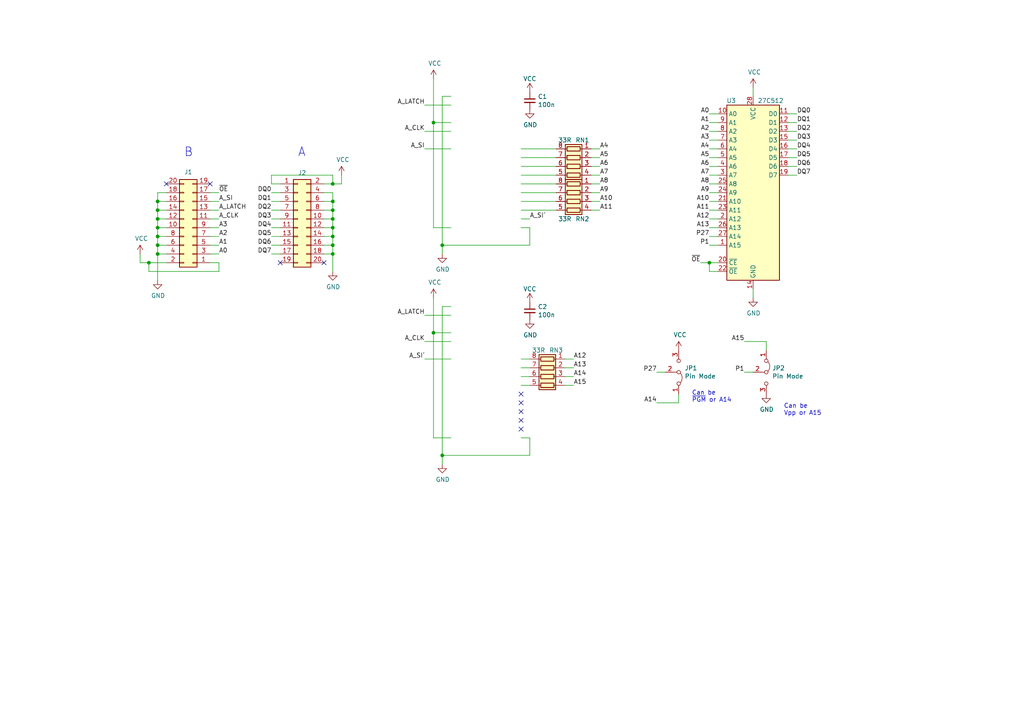
<source format=kicad_sch>
(kicad_sch (version 20230121) (generator eeschema)
  (paper "A4")
  (title_block (title "Glasgow PROM Interface Addon") (rev "V1.0a") (company "1BitSquared") (comment 1 "(C) 2020-2021 Piotr Esden-Tempski <piotr@esden.net>") (comment 2 "(C) 2020-2021 1BitSquared <info@1bitsquared.com>") (comment 3 "License: CC-BY-SA 4.0"))
  (lib_symbols
    (symbol "Connector_Generic:Conn_02x10_Odd_Even" (pin_names (offset 1.016) hide)
      (property "Reference" "J" (at 1.27 12.7 0))
      (property "Value" "Conn_02x10_Odd_Even" (at 1.27 -15.24 0))
      (symbol "Conn_02x10_Odd_Even_1_1"
        (rectangle (start -1.27 -12.573) (end 0 -12.827) (stroke (width 0.1524)))
        (rectangle (start -1.27 -10.033) (end 0 -10.287) (stroke (width 0.1524)))
        (rectangle (start -1.27 -7.493) (end 0 -7.747) (stroke (width 0.1524)))
        (rectangle (start -1.27 -4.953) (end 0 -5.207) (stroke (width 0.1524)))
        (rectangle (start -1.27 -2.413) (end 0 -2.667) (stroke (width 0.1524)))
        (rectangle (start -1.27 0.127) (end 0 -0.127) (stroke (width 0.1524)))
        (rectangle (start -1.27 2.667) (end 0 2.413) (stroke (width 0.1524)))
        (rectangle (start -1.27 5.207) (end 0 4.953) (stroke (width 0.1524)))
        (rectangle (start -1.27 7.747) (end 0 7.493) (stroke (width 0.1524)))
        (rectangle (start -1.27 10.287) (end 0 10.033) (stroke (width 0.1524)))
        (rectangle (start -1.27 11.43) (end 3.81 -13.97) (stroke (width 0.254)) (fill (type background)))
        (rectangle (start 3.81 -12.573) (end 2.54 -12.827) (stroke (width 0.1524)))
        (rectangle (start 3.81 -10.033) (end 2.54 -10.287) (stroke (width 0.1524)))
        (rectangle (start 3.81 -7.493) (end 2.54 -7.747) (stroke (width 0.1524)))
        (rectangle (start 3.81 -4.953) (end 2.54 -5.207) (stroke (width 0.1524)))
        (rectangle (start 3.81 -2.413) (end 2.54 -2.667) (stroke (width 0.1524)))
        (rectangle (start 3.81 0.127) (end 2.54 -0.127) (stroke (width 0.1524)))
        (rectangle (start 3.81 2.667) (end 2.54 2.413) (stroke (width 0.1524)))
        (rectangle (start 3.81 5.207) (end 2.54 4.953) (stroke (width 0.1524)))
        (rectangle (start 3.81 7.747) (end 2.54 7.493) (stroke (width 0.1524)))
        (rectangle (start 3.81 10.287) (end 2.54 10.033) (stroke (width 0.1524)))
        (pin passive line (at -5.08 10.16 0) (length 3.81) (name "Pin_1") (number "1"))
        (pin passive line (at 7.62 0 180) (length 3.81) (name "Pin_10") (number "10"))
        (pin passive line (at -5.08 -2.54 0) (length 3.81) (name "Pin_11") (number "11"))
        (pin passive line (at 7.62 -2.54 180) (length 3.81) (name "Pin_12") (number "12"))
        (pin passive line (at -5.08 -5.08 0) (length 3.81) (name "Pin_13") (number "13"))
        (pin passive line (at 7.62 -5.08 180) (length 3.81) (name "Pin_14") (number "14"))
        (pin passive line (at -5.08 -7.62 0) (length 3.81) (name "Pin_15") (number "15"))
        (pin passive line (at 7.62 -7.62 180) (length 3.81) (name "Pin_16") (number "16"))
        (pin passive line (at -5.08 -10.16 0) (length 3.81) (name "Pin_17") (number "17"))
        (pin passive line (at 7.62 -10.16 180) (length 3.81) (name "Pin_18") (number "18"))
        (pin passive line (at -5.08 -12.7 0) (length 3.81) (name "Pin_19") (number "19"))
        (pin passive line (at 7.62 10.16 180) (length 3.81) (name "Pin_2") (number "2"))
        (pin passive line (at 7.62 -12.7 180) (length 3.81) (name "Pin_20") (number "20"))
        (pin passive line (at -5.08 7.62 0) (length 3.81) (name "Pin_3") (number "3"))
        (pin passive line (at 7.62 7.62 180) (length 3.81) (name "Pin_4") (number "4"))
        (pin passive line (at -5.08 5.08 0) (length 3.81) (name "Pin_5") (number "5"))
        (pin passive line (at 7.62 5.08 180) (length 3.81) (name "Pin_6") (number "6"))
        (pin passive line (at -5.08 2.54 0) (length 3.81) (name "Pin_7") (number "7"))
        (pin passive line (at 7.62 2.54 180) (length 3.81) (name "Pin_8") (number "8"))
        (pin passive line (at -5.08 0 0) (length 3.81) (name "Pin_9") (number "9"))
      )
    )
    (symbol "Device:C_Small" (pin_numbers hide) (pin_names (offset 0.254) hide)
      (property "Reference" "C" (at 0.254 1.778 0))
      (property "Value" "C_Small" (at 0.254 -2.032 0))
      (symbol "C_Small_0_1"
        (polyline (pts (xy -1.524 -0.508) (xy 1.524 -0.508)) (stroke (width 0.3302)))
        (polyline (pts (xy -1.524 0.508) (xy 1.524 0.508)) (stroke (width 0.3048)))
      )
      (symbol "C_Small_1_1"
        (pin passive line (at 0 2.54 270) (length 2.032) (name "~") (number "1"))
        (pin passive line (at 0 -2.54 90) (length 2.032) (name "~") (number "2"))
      )
    )
    (symbol "Device:R_Pack04" (pin_names (offset 0) hide)
      (property "Reference" "RN" (at -7.62 0 90))
      (property "Value" "R_Pack04" (at 5.08 0 90))
      (symbol "R_Pack04_0_1"
        (rectangle (start -6.35 -2.413) (end 3.81 2.413) (stroke (width 0.254)) (fill (type background)))
        (rectangle (start -5.715 1.905) (end -4.445 -1.905) (stroke (width 0.254)))
        (rectangle (start -3.175 1.905) (end -1.905 -1.905) (stroke (width 0.254)))
        (rectangle (start -0.635 1.905) (end 0.635 -1.905) (stroke (width 0.254)))
        (polyline (pts (xy -5.08 -2.54) (xy -5.08 -1.905)))
        (polyline (pts (xy -5.08 1.905) (xy -5.08 2.54)))
        (polyline (pts (xy -2.54 -2.54) (xy -2.54 -1.905)))
        (polyline (pts (xy -2.54 1.905) (xy -2.54 2.54)))
        (polyline (pts (xy 0 -2.54) (xy 0 -1.905)))
        (polyline (pts (xy 0 1.905) (xy 0 2.54)))
        (polyline (pts (xy 2.54 -2.54) (xy 2.54 -1.905)))
        (polyline (pts (xy 2.54 1.905) (xy 2.54 2.54)))
        (rectangle (start 1.905 1.905) (end 3.175 -1.905) (stroke (width 0.254)))
      )
      (symbol "R_Pack04_1_1"
        (pin passive line (at -5.08 -5.08 90) (length 2.54) (name "R1.1") (number "1"))
        (pin passive line (at -2.54 -5.08 90) (length 2.54) (name "R2.1") (number "2"))
        (pin passive line (at 0 -5.08 90) (length 2.54) (name "R3.1") (number "3"))
        (pin passive line (at 2.54 -5.08 90) (length 2.54) (name "R4.1") (number "4"))
        (pin passive line (at 2.54 5.08 270) (length 2.54) (name "R4.2") (number "5"))
        (pin passive line (at 0 5.08 270) (length 2.54) (name "R3.2") (number "6"))
        (pin passive line (at -2.54 5.08 270) (length 2.54) (name "R2.2") (number "7"))
        (pin passive line (at -5.08 5.08 270) (length 2.54) (name "R1.2") (number "8"))
      )
    )
    (symbol "Memory_EPROM:27C512"
      (property "Reference" "U" (at -7.62 26.67 0))
      (property "Value" "27C512" (at 2.54 -26.67 0))
      (symbol "27C512_1_1"
        (rectangle (start -7.62 25.4) (end 7.62 -25.4) (stroke (width 0.254)) (fill (type background)))
        (pin input line (at -10.16 -15.24 0) (length 2.54) (name "A15") (number "1"))
        (pin input line (at -10.16 22.86 0) (length 2.54) (name "A0") (number "10"))
        (pin tri_state line (at 10.16 22.86 180) (length 2.54) (name "D0") (number "11"))
        (pin tri_state line (at 10.16 20.32 180) (length 2.54) (name "D1") (number "12"))
        (pin tri_state line (at 10.16 17.78 180) (length 2.54) (name "D2") (number "13"))
        (pin power_in line (at 0 -27.94 90) (length 2.54) (name "GND") (number "14"))
        (pin tri_state line (at 10.16 15.24 180) (length 2.54) (name "D3") (number "15"))
        (pin tri_state line (at 10.16 12.7 180) (length 2.54) (name "D4") (number "16"))
        (pin tri_state line (at 10.16 10.16 180) (length 2.54) (name "D5") (number "17"))
        (pin tri_state line (at 10.16 7.62 180) (length 2.54) (name "D6") (number "18"))
        (pin tri_state line (at 10.16 5.08 180) (length 2.54) (name "D7") (number "19"))
        (pin input line (at -10.16 -7.62 0) (length 2.54) (name "A12") (number "2"))
        (pin input line (at -10.16 -20.32 0) (length 2.54) (name "~{CE}") (number "20"))
        (pin input line (at -10.16 -2.54 0) (length 2.54) (name "A10") (number "21"))
        (pin input line (at -10.16 -22.86 0) (length 2.54) (name "~{OE}") (number "22"))
        (pin input line (at -10.16 -5.08 0) (length 2.54) (name "A11") (number "23"))
        (pin input line (at -10.16 0 0) (length 2.54) (name "A9") (number "24"))
        (pin input line (at -10.16 2.54 0) (length 2.54) (name "A8") (number "25"))
        (pin input line (at -10.16 -10.16 0) (length 2.54) (name "A13") (number "26"))
        (pin input line (at -10.16 -12.7 0) (length 2.54) (name "A14") (number "27"))
        (pin power_in line (at 0 27.94 270) (length 2.54) (name "VCC") (number "28"))
        (pin input line (at -10.16 5.08 0) (length 2.54) (name "A7") (number "3"))
        (pin input line (at -10.16 7.62 0) (length 2.54) (name "A6") (number "4"))
        (pin input line (at -10.16 10.16 0) (length 2.54) (name "A5") (number "5"))
        (pin input line (at -10.16 12.7 0) (length 2.54) (name "A4") (number "6"))
        (pin input line (at -10.16 15.24 0) (length 2.54) (name "A3") (number "7"))
        (pin input line (at -10.16 17.78 0) (length 2.54) (name "A2") (number "8"))
        (pin input line (at -10.16 20.32 0) (length 2.54) (name "A1") (number "9"))
      )
    )
    (symbol "power:GND" (power) (pin_names (offset 0))
      (property "Value" "GND" (at 0 -3.81 0))
      (symbol "GND_0_1"
        (polyline (pts (xy 0 0) (xy 0 -1.27) (xy 1.27 -1.27) (xy 0 -2.54) (xy -1.27 -1.27) (xy 0 -1.27)))
      )
      (symbol "GND_1_1"
        (pin power_in line (at 0 0 270) (length 0) hide (name "GND") (number "1"))
      )
    )
    (symbol "power:VCC" (power) (pin_names (offset 0))
      (property "Value" "VCC" (at 0 3.81 0))
      (symbol "VCC_0_1"
        (polyline (pts (xy -0.762 1.27) (xy 0 2.54)))
        (polyline (pts (xy 0 0) (xy 0 2.54)))
        (polyline (pts (xy 0 2.54) (xy 0.762 1.27)))
      )
      (symbol "VCC_1_1"
        (pin power_in line (at 0 0 90) (length 0) hide (name "VCC") (number "1"))
      )
    )
    (symbol "prom-addon-rescue:Jumper_3_Bridged12-Jumper" (pin_names (offset 0) hide)
      (property "Reference" "JP" (at -2.54 -2.54 0))
      (property "Value" "Jumper_Jumper_3_Bridged12" (at 0 2.794 0))
      (symbol "Jumper_3_Bridged12-Jumper_0_0"
        (circle (center -3.302 0) (radius 0.508))
        (circle (center 0 0) (radius 0.508))
        (circle (center 3.302 0) (radius 0.508))
      )
      (symbol "Jumper_3_Bridged12-Jumper_0_1"
        (arc (start -0.254 0.508) (mid -1.651 0.9912) (end -3.048 0.508))
        (polyline (pts (xy 0 -1.27) (xy 0 -0.508)))
      )
      (symbol "Jumper_3_Bridged12-Jumper_1_1"
        (pin passive line (at -6.35 0 0) (length 2.54) (name "A") (number "1"))
        (pin input line (at 0 -3.81 90) (length 2.54) (name "C") (number "2"))
        (pin passive line (at 6.35 0 180) (length 2.54) (name "B") (number "3"))
      )
    )
  )
  (junction (at 128.27 132.08))
  (junction (at 205.74 76.2))
  (junction (at 96.52 68.58))
  (junction (at 45.72 66.04))
  (junction (at 45.72 63.5))
  (junction (at 96.52 53.34))
  (junction (at 45.72 68.58))
  (junction (at 96.52 73.66))
  (junction (at 43.18 76.2))
  (junction (at 96.52 63.5))
  (junction (at 45.72 73.66))
  (junction (at 125.73 35.56))
  (junction (at 45.72 71.12))
  (junction (at 96.52 60.96))
  (junction (at 96.52 71.12))
  (junction (at 96.52 66.04))
  (junction (at 96.52 58.42))
  (junction (at 125.73 96.52))
  (junction (at 128.27 71.12))
  (junction (at 45.72 60.96))
  (junction (at 45.72 58.42))
  (no_connect (at 60.96 53.34))
  (no_connect (at 48.26 53.34))
  (no_connect (at 151.13 121.92))
  (no_connect (at 151.13 114.3))
  (no_connect (at 81.28 76.2))
  (no_connect (at 151.13 119.38))
  (no_connect (at 93.98 76.2))
  (no_connect (at 151.13 124.46))
  (no_connect (at 151.13 116.84))
  (wire (pts (xy 228.6 45.72) (xy 231.14 45.72)))
  (wire (pts (xy 153.67 71.12) (xy 128.27 71.12)))
  (wire (pts (xy 205.74 33.02) (xy 208.28 33.02)))
  (wire (pts (xy 96.52 50.8) (xy 96.52 53.34)))
  (wire (pts (xy 78.74 53.34) (xy 81.28 53.34)))
  (wire (pts (xy 45.72 55.88) (xy 48.26 55.88)))
  (wire (pts (xy 130.81 88.9) (xy 128.27 88.9)))
  (wire (pts (xy 171.45 60.96) (xy 173.99 60.96)))
  (wire (pts (xy 151.13 50.8) (xy 161.29 50.8)))
  (wire (pts (xy 205.74 76.2) (xy 203.2 76.2)))
  (wire (pts (xy 96.52 58.42) (xy 96.52 60.96)))
  (wire (pts (xy 171.45 45.72) (xy 173.99 45.72)))
  (wire (pts (xy 218.44 25.4) (xy 218.44 27.94)))
  (wire (pts (xy 96.52 53.34) (xy 99.06 53.34)))
  (wire (pts (xy 45.72 60.96) (xy 48.26 60.96)))
  (wire (pts (xy 222.25 101.6) (xy 222.25 99.06)))
  (wire (pts (xy 228.6 43.18) (xy 231.14 43.18)))
  (wire (pts (xy 208.28 76.2) (xy 205.74 76.2)))
  (wire (pts (xy 171.45 58.42) (xy 173.99 58.42)))
  (wire (pts (xy 45.72 71.12) (xy 48.26 71.12)))
  (wire (pts (xy 205.74 53.34) (xy 208.28 53.34)))
  (wire (pts (xy 60.96 63.5) (xy 63.5 63.5)))
  (wire (pts (xy 163.83 111.76) (xy 166.37 111.76)))
  (wire (pts (xy 205.74 68.58) (xy 208.28 68.58)))
  (wire (pts (xy 151.13 48.26) (xy 161.29 48.26)))
  (wire (pts (xy 96.52 55.88) (xy 96.52 58.42)))
  (wire (pts (xy 96.52 68.58) (xy 96.52 71.12)))
  (wire (pts (xy 78.74 66.04) (xy 81.28 66.04)))
  (wire (pts (xy 43.18 76.2) (xy 40.64 76.2)))
  (wire (pts (xy 205.74 76.2) (xy 205.74 78.74)))
  (wire (pts (xy 60.96 68.58) (xy 63.5 68.58)))
  (wire (pts (xy 60.96 60.96) (xy 63.5 60.96)))
  (wire (pts (xy 190.5 116.84) (xy 196.85 116.84)))
  (wire (pts (xy 205.74 45.72) (xy 208.28 45.72)))
  (wire (pts (xy 93.98 58.42) (xy 96.52 58.42)))
  (wire (pts (xy 99.06 53.34) (xy 99.06 50.8)))
  (wire (pts (xy 163.83 104.14) (xy 166.37 104.14)))
  (wire (pts (xy 45.72 63.5) (xy 45.72 66.04)))
  (wire (pts (xy 78.74 53.34) (xy 78.74 50.8)))
  (wire (pts (xy 205.74 58.42) (xy 208.28 58.42)))
  (wire (pts (xy 130.81 99.06) (xy 123.19 99.06)))
  (wire (pts (xy 151.13 111.76) (xy 153.67 111.76)))
  (wire (pts (xy 45.72 58.42) (xy 48.26 58.42)))
  (wire (pts (xy 93.98 68.58) (xy 96.52 68.58)))
  (wire (pts (xy 151.13 106.68) (xy 153.67 106.68)))
  (wire (pts (xy 153.67 132.08) (xy 128.27 132.08)))
  (wire (pts (xy 151.13 66.04) (xy 153.67 66.04)))
  (wire (pts (xy 130.81 38.1) (xy 123.19 38.1)))
  (wire (pts (xy 40.64 76.2) (xy 40.64 73.66)))
  (wire (pts (xy 78.74 71.12) (xy 81.28 71.12)))
  (wire (pts (xy 93.98 71.12) (xy 96.52 71.12)))
  (wire (pts (xy 151.13 45.72) (xy 161.29 45.72)))
  (wire (pts (xy 45.72 68.58) (xy 45.72 71.12)))
  (wire (pts (xy 218.44 83.82) (xy 218.44 86.36)))
  (wire (pts (xy 151.13 43.18) (xy 161.29 43.18)))
  (wire (pts (xy 128.27 132.08) (xy 128.27 134.62)))
  (wire (pts (xy 128.27 88.9) (xy 128.27 132.08)))
  (wire (pts (xy 60.96 58.42) (xy 63.5 58.42)))
  (wire (pts (xy 151.13 127) (xy 153.67 127)))
  (wire (pts (xy 228.6 35.56) (xy 231.14 35.56)))
  (wire (pts (xy 151.13 53.34) (xy 161.29 53.34)))
  (wire (pts (xy 96.52 63.5) (xy 96.52 66.04)))
  (wire (pts (xy 128.27 27.94) (xy 130.81 27.94)))
  (wire (pts (xy 205.74 71.12) (xy 208.28 71.12)))
  (wire (pts (xy 171.45 50.8) (xy 173.99 50.8)))
  (wire (pts (xy 45.72 60.96) (xy 45.72 63.5)))
  (wire (pts (xy 130.81 104.14) (xy 123.19 104.14)))
  (wire (pts (xy 130.81 35.56) (xy 125.73 35.56)))
  (wire (pts (xy 45.72 73.66) (xy 45.72 81.28)))
  (wire (pts (xy 151.13 109.22) (xy 153.67 109.22)))
  (wire (pts (xy 45.72 55.88) (xy 45.72 58.42)))
  (wire (pts (xy 151.13 55.88) (xy 161.29 55.88)))
  (wire (pts (xy 96.52 60.96) (xy 96.52 63.5)))
  (wire (pts (xy 125.73 96.52) (xy 125.73 86.36)))
  (wire (pts (xy 128.27 27.94) (xy 128.27 71.12)))
  (wire (pts (xy 78.74 55.88) (xy 81.28 55.88)))
  (wire (pts (xy 78.74 68.58) (xy 81.28 68.58)))
  (wire (pts (xy 45.72 66.04) (xy 48.26 66.04)))
  (wire (pts (xy 215.9 99.06) (xy 222.25 99.06)))
  (wire (pts (xy 60.96 71.12) (xy 63.5 71.12)))
  (wire (pts (xy 208.28 78.74) (xy 205.74 78.74)))
  (wire (pts (xy 171.45 43.18) (xy 173.99 43.18)))
  (wire (pts (xy 151.13 63.5) (xy 153.67 63.5)))
  (wire (pts (xy 63.5 78.74) (xy 43.18 78.74)))
  (wire (pts (xy 78.74 63.5) (xy 81.28 63.5)))
  (wire (pts (xy 163.83 109.22) (xy 166.37 109.22)))
  (wire (pts (xy 130.81 91.44) (xy 123.19 91.44)))
  (wire (pts (xy 45.72 68.58) (xy 48.26 68.58)))
  (wire (pts (xy 153.67 66.04) (xy 153.67 71.12)))
  (wire (pts (xy 78.74 60.96) (xy 81.28 60.96)))
  (wire (pts (xy 60.96 76.2) (xy 63.5 76.2)))
  (wire (pts (xy 205.74 43.18) (xy 208.28 43.18)))
  (wire (pts (xy 125.73 35.56) (xy 125.73 22.86)))
  (wire (pts (xy 128.27 71.12) (xy 128.27 73.66)))
  (wire (pts (xy 228.6 50.8) (xy 231.14 50.8)))
  (wire (pts (xy 130.81 30.48) (xy 123.19 30.48)))
  (wire (pts (xy 205.74 50.8) (xy 208.28 50.8)))
  (wire (pts (xy 205.74 60.96) (xy 208.28 60.96)))
  (wire (pts (xy 93.98 60.96) (xy 96.52 60.96)))
  (wire (pts (xy 60.96 55.88) (xy 63.5 55.88)))
  (wire (pts (xy 63.5 76.2) (xy 63.5 78.74)))
  (wire (pts (xy 78.74 58.42) (xy 81.28 58.42)))
  (wire (pts (xy 171.45 55.88) (xy 173.99 55.88)))
  (wire (pts (xy 96.52 73.66) (xy 96.52 78.74)))
  (wire (pts (xy 205.74 40.64) (xy 208.28 40.64)))
  (wire (pts (xy 218.44 107.95) (xy 215.9 107.95)))
  (wire (pts (xy 125.73 66.04) (xy 130.81 66.04)))
  (wire (pts (xy 78.74 50.8) (xy 96.52 50.8)))
  (wire (pts (xy 171.45 53.34) (xy 173.99 53.34)))
  (wire (pts (xy 48.26 73.66) (xy 45.72 73.66)))
  (wire (pts (xy 96.52 66.04) (xy 96.52 68.58)))
  (wire (pts (xy 205.74 38.1) (xy 208.28 38.1)))
  (wire (pts (xy 125.73 127) (xy 125.73 96.52)))
  (wire (pts (xy 60.96 66.04) (xy 63.5 66.04)))
  (wire (pts (xy 228.6 33.02) (xy 231.14 33.02)))
  (wire (pts (xy 93.98 63.5) (xy 96.52 63.5)))
  (wire (pts (xy 205.74 63.5) (xy 208.28 63.5)))
  (wire (pts (xy 93.98 53.34) (xy 96.52 53.34)))
  (wire (pts (xy 45.72 58.42) (xy 45.72 60.96)))
  (wire (pts (xy 43.18 78.74) (xy 43.18 76.2)))
  (wire (pts (xy 93.98 73.66) (xy 96.52 73.66)))
  (wire (pts (xy 45.72 63.5) (xy 48.26 63.5)))
  (wire (pts (xy 228.6 40.64) (xy 231.14 40.64)))
  (wire (pts (xy 151.13 58.42) (xy 161.29 58.42)))
  (wire (pts (xy 228.6 48.26) (xy 231.14 48.26)))
  (wire (pts (xy 130.81 127) (xy 125.73 127)))
  (wire (pts (xy 163.83 106.68) (xy 166.37 106.68)))
  (wire (pts (xy 153.67 127) (xy 153.67 132.08)))
  (wire (pts (xy 193.04 107.95) (xy 190.5 107.95)))
  (wire (pts (xy 130.81 96.52) (xy 125.73 96.52)))
  (wire (pts (xy 93.98 55.88) (xy 96.52 55.88)))
  (wire (pts (xy 151.13 60.96) (xy 161.29 60.96)))
  (wire (pts (xy 125.73 35.56) (xy 125.73 66.04)))
  (wire (pts (xy 196.85 116.84) (xy 196.85 114.3)))
  (wire (pts (xy 60.96 73.66) (xy 63.5 73.66)))
  (wire (pts (xy 205.74 55.88) (xy 208.28 55.88)))
  (wire (pts (xy 205.74 66.04) (xy 208.28 66.04)))
  (wire (pts (xy 93.98 66.04) (xy 96.52 66.04)))
  (wire (pts (xy 78.74 73.66) (xy 81.28 73.66)))
  (wire (pts (xy 205.74 35.56) (xy 208.28 35.56)))
  (wire (pts (xy 205.74 48.26) (xy 208.28 48.26)))
  (wire (pts (xy 45.72 71.12) (xy 45.72 73.66)))
  (wire (pts (xy 48.26 76.2) (xy 43.18 76.2)))
  (wire (pts (xy 96.52 71.12) (xy 96.52 73.66)))
  (wire (pts (xy 171.45 48.26) (xy 173.99 48.26)))
  (wire (pts (xy 151.13 104.14) (xy 153.67 104.14)))
  (wire (pts (xy 45.72 66.04) (xy 45.72 68.58)))
  (wire (pts (xy 228.6 38.1) (xy 231.14 38.1)))
  (wire (pts (xy 123.19 43.18) (xy 130.81 43.18)))
  (text "B" (at 53.34 45.72 0) (effects (font (size 2.54 2.54)) (justify left bottom)))
  (text "Can be\nVpp or A15" (at 227.33 120.65 0) (effects (font (size 1.27 1.27)) (justify left bottom)))
  (text "A" (at 86.36 45.72 0) (effects (font (size 2.54 2.54)) (justify left bottom)))
  (text "Can be\n~{PGM} or A14" (at 200.66 116.84 0) (effects (font (size 1.27 1.27)) (justify left bottom)))
  (label "DQ4" (at 231.14 43.18 0))
  (label "A2" (at 205.74 38.1 180))
  (label "A5" (at 205.74 45.72 180))
  (label "A_SI" (at 123.19 43.18 180))
  (label "A12" (at 205.74 63.5 180))
  (label "DQ1" (at 78.74 58.42 180))
  (label "P27" (at 205.74 68.58 180))
  (label "P27" (at 190.5 107.95 180))
  (label "A7" (at 205.74 50.8 180))
  (label "DQ5" (at 78.74 68.58 180))
  (label "DQ6" (at 231.14 48.26 0))
  (label "A1" (at 205.74 35.56 180))
  (label "A1" (at 63.5 71.12 0))
  (label "A10" (at 173.99 58.42 0))
  (label "~{OE}" (at 63.5 55.88 0))
  (label "~{OE}" (at 203.2 76.2 180))
  (label "DQ0" (at 231.14 33.02 0))
  (label "A_LATCH" (at 123.19 91.44 180))
  (label "DQ7" (at 231.14 50.8 0))
  (label "A11" (at 173.99 60.96 0))
  (label "DQ2" (at 231.14 38.1 0))
  (label "A13" (at 205.74 66.04 180))
  (label "A_SI´" (at 153.67 63.5 0))
  (label "A8" (at 205.74 53.34 180))
  (label "DQ6" (at 78.74 71.12 180))
  (label "A_CLK" (at 63.5 63.5 0))
  (label "DQ1" (at 231.14 35.56 0))
  (label "DQ0" (at 78.74 55.88 180))
  (label "A_CLK" (at 123.19 99.06 180))
  (label "A15" (at 166.37 111.76 0))
  (label "A_CLK" (at 123.19 38.1 180))
  (label "P1" (at 215.9 107.95 180))
  (label "A_LATCH" (at 63.5 60.96 0))
  (label "A9" (at 205.74 55.88 180))
  (label "A0" (at 63.5 73.66 0))
  (label "A4" (at 205.74 43.18 180))
  (label "DQ2" (at 78.74 60.96 180))
  (label "A2" (at 63.5 68.58 0))
  (label "A_SI´" (at 123.19 104.14 180))
  (label "P1" (at 205.74 71.12 180))
  (label "A12" (at 166.37 104.14 0))
  (label "DQ7" (at 78.74 73.66 180))
  (label "A3" (at 205.74 40.64 180))
  (label "A6" (at 173.99 48.26 0))
  (label "A4" (at 173.99 43.18 0))
  (label "DQ4" (at 78.74 66.04 180))
  (label "DQ3" (at 231.14 40.64 0))
  (label "A0" (at 205.74 33.02 180))
  (label "A_LATCH" (at 123.19 30.48 180))
  (label "A8" (at 173.99 53.34 0))
  (label "A11" (at 205.74 60.96 180))
  (label "DQ5" (at 231.14 45.72 0))
  (label "A14" (at 166.37 109.22 0))
  (label "A9" (at 173.99 55.88 0))
  (label "A3" (at 63.5 66.04 0))
  (label "A14" (at 190.5 116.84 180))
  (label "A7" (at 173.99 50.8 0))
  (label "A15" (at 215.9 99.06 180))
  (label "A13" (at 166.37 106.68 0))
  (label "A_SI" (at 63.5 58.42 0))
  (label "A6" (at 205.74 48.26 180))
  (label "A5" (at 173.99 45.72 0))
  (label "A10" (at 205.74 58.42 180))
  (label "DQ3" (at 78.74 63.5 180))
  (symbol (lib_id "Connector_Generic:Conn_02x10_Odd_Even") (at 55.88 66.04 180) (unit 1)
    (property "Reference" "J1" (at 54.61 49.8856 0))
    (property "Value" "Conn_02x10_Odd_Even" (effects hide))
    (property "Footprint" "Connector_PinSocket_2.54mm:PinSocket_2x10_P2.54mm_Vertical" (effects hide))
  )
  (symbol (lib_id "Connector_Generic:Conn_02x10_Odd_Even") (at 86.36 63.5 0) (unit 1)
    (property "Reference" "J2" (at 87.63 50.1396 0))
    (property "Value" "Conn_02x10_Odd_Even" (effects hide))
    (property "Footprint" "Connector_PinSocket_2.54mm:PinSocket_2x10_P2.54mm_Vertical" (effects hide))
  )
  (symbol (lib_id "power:GND") (at 96.52 78.74 0) (unit 1)
    (property "Reference" "#PWR0101" (effects hide))
    (property "Value" "GND" (at 96.647 83.2104 0))
  )
  (symbol (lib_id "power:GND") (at 45.72 81.28 0) (unit 1)
    (property "Reference" "#PWR0102" (effects hide))
    (property "Value" "GND" (at 45.847 85.7504 0))
  )
  (symbol (lib_id "Memory_EPROM:27C512") (at 218.44 55.88 0) (unit 1)
    (property "Reference" "U3" (at 212.09 29.21 0))
    (property "Value" "27C512" (at 223.52 29.21 0))
    (property "Footprint" "Package_DIP:DIP-28_W15.24mm" (effects hide))
    (property "Datasheet" "http://ww1.microchip.com/downloads/en/DeviceDoc/doc0015.pdf" (effects hide))
  )
  (symbol (lib_id "power:GND") (at 218.44 86.36 0) (unit 1)
    (property "Reference" "#PWR0103" (effects hide))
    (property "Value" "GND" (at 218.567 90.8304 0))
  )
  (symbol (lib_id "power:VCC") (at 99.06 50.8 0) (unit 1)
    (property "Reference" "#PWR0104" (effects hide))
    (property "Value" "VCC" (at 99.441 46.3296 0))
  )
  (symbol (lib_id "power:VCC") (at 40.64 73.66 0) (unit 1)
    (property "Reference" "#PWR0105" (effects hide))
    (property "Value" "VCC" (at 41.021 69.1896 0))
  )
  (symbol (lib_id "power:VCC") (at 218.44 25.4 0) (unit 1)
    (property "Reference" "#PWR0106" (effects hide))
    (property "Value" "VCC" (at 218.821 20.9296 0))
  )
  (symbol (lib_id "power:VCC") (at 125.73 86.36 0) (unit 1)
    (property "Reference" "#PWR0111" (effects hide))
    (property "Value" "VCC" (at 126.111 81.8896 0))
  )
  (symbol (lib_id "Device:R_Pack04") (at 166.37 48.26 90) (mirror x) (unit 1)
    (property "Reference" "RN1" (at 168.91 40.64 90))
    (property "Value" "33R" (at 163.83 40.64 90))
    (property "Footprint" "Resistor_SMD:R_Array_Convex_4x0402" (effects hide))
  )
  (symbol (lib_id "Device:R_Pack04") (at 166.37 58.42 90) (mirror x) (unit 1)
    (property "Reference" "RN2" (at 168.91 63.5 90))
    (property "Value" "33R" (at 163.83 63.5 90))
    (property "Footprint" "Resistor_SMD:R_Array_Convex_4x0402" (effects hide))
  )
  (symbol (lib_id "Device:R_Pack04") (at 158.75 109.22 90) (mirror x) (unit 1)
    (property "Reference" "RN3" (at 161.29 101.6 90))
    (property "Value" "33R" (at 156.21 101.6 90))
    (property "Footprint" "Resistor_SMD:R_Array_Convex_4x0402" (effects hide))
  )
  (symbol (lib_id "power:GND") (at 128.27 73.66 0) (unit 1)
    (property "Reference" "#PWR0112" (effects hide))
    (property "Value" "GND" (at 128.397 78.1304 0))
  )
  (symbol (lib_id "power:VCC") (at 125.73 22.86 0) (unit 1)
    (property "Reference" "#PWR0113" (effects hide))
    (property "Value" "VCC" (at 126.111 18.3896 0))
  )
  (symbol (lib_id "power:GND") (at 128.27 134.62 0) (unit 1)
    (property "Reference" "#PWR0114" (effects hide))
    (property "Value" "GND" (at 128.397 139.0904 0))
  )
  (symbol (lib_id "Device:C_Small") (at 153.67 90.17 0) (unit 1)
    (property "Reference" "C2" (at 156.0068 88.9762 0) (effects (justify left)))
    (property "Value" "100n" (at 156.0068 91.3384 0) (effects (justify left)))
    (property "Footprint" "pkl_dipol:C_0402" (effects hide))
  )
  (symbol (lib_id "Device:C_Small") (at 153.67 29.21 0) (unit 1)
    (property "Reference" "C1" (at 156.0068 28.0162 0) (effects (justify left)))
    (property "Value" "100n" (at 156.0068 30.3784 0) (effects (justify left)))
    (property "Footprint" "pkl_dipol:C_0402" (effects hide))
  )
  (symbol (lib_id "power:GND") (at 153.67 31.75 0) (unit 1)
    (property "Reference" "#PWR0117" (effects hide))
    (property "Value" "GND" (at 153.797 36.2204 0))
  )
  (symbol (lib_id "power:VCC") (at 153.67 26.67 0) (unit 1)
    (property "Reference" "#PWR0118" (effects hide))
    (property "Value" "VCC" (at 153.67 22.86 0))
  )
  (symbol (lib_id "power:VCC") (at 153.67 87.63 0) (unit 1)
    (property "Reference" "#PWR0119" (effects hide))
    (property "Value" "VCC" (at 153.67 83.82 0))
  )
  (symbol (lib_id "power:GND") (at 153.67 92.71 0) (unit 1)
    (property "Reference" "#PWR0120" (effects hide))
    (property "Value" "GND" (at 153.797 97.1804 0))
  )
  (symbol (lib_id "prom-addon-rescue:Jumper_3_Bridged12-Jumper") (at 196.85 107.95 270) (mirror x) (unit 1)
    (property "Reference" "JP1" (at 198.5772 106.7562 90) (effects (justify left)))
    (property "Value" "Pin Mode" (at 198.5772 109.1184 90) (effects (justify left)))
    (property "Footprint" "Connector_PinHeader_2.54mm:PinHeader_1x03_P2.54mm_Vertical" (effects hide))
  )
  (symbol (lib_id "power:VCC") (at 196.85 101.6 0) (unit 1)
    (property "Reference" "#PWR0115" (effects hide))
    (property "Value" "VCC" (at 197.231 97.1296 0))
  )
  (symbol (lib_id "prom-addon-rescue:Jumper_3_Bridged12-Jumper") (at 222.25 107.95 270) (unit 1)
    (property "Reference" "JP2" (at 223.9772 106.7562 90) (effects (justify left)))
    (property "Value" "Pin Mode" (at 223.9772 109.1184 90) (effects (justify left)))
    (property "Footprint" "Connector_PinHeader_2.54mm:PinHeader_1x03_P2.54mm_Vertical" (effects hide))
  )
  (symbol (lib_id "power:GND") (at 222.25 114.3 0) (unit 1)
    (property "Reference" "#PWR0116" (effects hide))
    (property "Value" "GND" (at 222.377 118.7704 0))
  )
  (symbol (lib_id "pkl_misc:74HC595") (at 140.97 50.8 0) (unit 1)
    (property "Reference" "U1" (at 140.97 21.082 0))
    (property "Value" "74HC595" (at 140.97 23.4442 0))
    (property "Footprint" "pkl_housings_dfn_qfn:DHVQFN-16_2.5x3.5mm_Pitch0.5mm" (effects hide))
  )
  (symbol (lib_id "pkl_misc:74HC595") (at 140.97 111.76 0) (unit 1)
    (property "Reference" "U2" (at 140.97 82.042 0))
    (property "Value" "74HC595" (at 140.97 84.4042 0))
    (property "Footprint" "pkl_housings_dfn_qfn:DHVQFN-16_2.5x3.5mm_Pitch0.5mm" (effects hide))
  )
)
</source>
